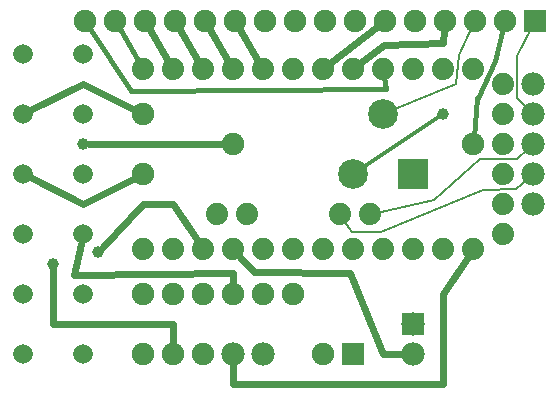
<source format=gbl>
G04 MADE WITH FRITZING*
G04 WWW.FRITZING.ORG*
G04 DOUBLE SIDED*
G04 HOLES PLATED*
G04 CONTOUR ON CENTER OF CONTOUR VECTOR*
%ASAXBY*%
%FSLAX23Y23*%
%MOIN*%
%OFA0B0*%
%SFA1.0B1.0*%
%ADD10C,0.075000*%
%ADD11C,0.065418*%
%ADD12C,0.039370*%
%ADD13C,0.078000*%
%ADD14C,0.075433*%
%ADD15C,0.099000*%
%ADD16C,0.074000*%
%ADD17R,0.075000X0.075000*%
%ADD18R,0.078000X0.078000*%
%ADD19R,0.099000X0.099000*%
%ADD20C,0.008000*%
%ADD21C,0.024000*%
%ADD22C,0.016000*%
%ADD23C,0.012000*%
%LNCOPPER0*%
G90*
G70*
G54D10*
X1782Y1262D03*
X1682Y1262D03*
X1582Y1262D03*
X1482Y1262D03*
X1382Y1262D03*
X1282Y1262D03*
X1182Y1262D03*
X1082Y1262D03*
X982Y1262D03*
X882Y1262D03*
X782Y1262D03*
X682Y1262D03*
X582Y1262D03*
X482Y1262D03*
X382Y1262D03*
X282Y1262D03*
X1782Y1262D03*
X1682Y1262D03*
X1582Y1262D03*
X1482Y1262D03*
X1382Y1262D03*
X1282Y1262D03*
X1182Y1262D03*
X1082Y1262D03*
X982Y1262D03*
X882Y1262D03*
X782Y1262D03*
X682Y1262D03*
X582Y1262D03*
X482Y1262D03*
X382Y1262D03*
X282Y1262D03*
X476Y152D03*
X576Y152D03*
X676Y152D03*
X476Y352D03*
X576Y352D03*
X676Y352D03*
X776Y352D03*
X876Y352D03*
X976Y352D03*
X1176Y152D03*
X1076Y152D03*
G54D11*
X276Y152D03*
X76Y152D03*
X276Y352D03*
X76Y352D03*
X276Y952D03*
X76Y952D03*
X276Y1152D03*
X76Y1152D03*
X276Y552D03*
X76Y552D03*
X276Y752D03*
X76Y752D03*
G54D12*
X326Y491D03*
X176Y451D03*
G54D13*
X1376Y252D03*
X1376Y152D03*
X1376Y252D03*
X1376Y152D03*
G54D14*
X776Y852D03*
X475Y752D03*
X475Y952D03*
G54D12*
X276Y852D03*
G54D13*
X1776Y1052D03*
X1776Y952D03*
X1776Y852D03*
X1776Y752D03*
X1776Y652D03*
X1776Y1052D03*
X1776Y952D03*
X1776Y852D03*
X1776Y752D03*
X1776Y652D03*
G54D15*
X1176Y752D03*
X1376Y752D03*
X1276Y952D03*
X1176Y752D03*
X1376Y752D03*
X1276Y952D03*
G54D16*
X1676Y552D03*
X1676Y652D03*
X1676Y752D03*
X1676Y852D03*
X1676Y952D03*
X1676Y1052D03*
X1131Y617D03*
X1231Y617D03*
X721Y617D03*
X821Y617D03*
X1576Y502D03*
X1476Y502D03*
X1376Y502D03*
X1276Y502D03*
X1176Y502D03*
X1076Y502D03*
X976Y502D03*
X876Y502D03*
X776Y502D03*
X676Y502D03*
X576Y502D03*
X476Y502D03*
X476Y1102D03*
X576Y1102D03*
X676Y1102D03*
X776Y1102D03*
X876Y1102D03*
X976Y1102D03*
X1076Y1102D03*
X1176Y1102D03*
X1276Y1102D03*
X1376Y1102D03*
X1476Y1102D03*
X1576Y1102D03*
G54D14*
X1577Y851D03*
G54D12*
X1476Y951D03*
G54D13*
X876Y152D03*
X776Y152D03*
G54D17*
X1782Y1262D03*
X1782Y1262D03*
X1176Y152D03*
G54D18*
X1376Y252D03*
X1376Y252D03*
G54D19*
X1376Y752D03*
X1376Y752D03*
G54D20*
X1723Y1004D02*
X1721Y1146D01*
D02*
X1721Y1146D02*
X1771Y1241D01*
D02*
X1758Y969D02*
X1723Y1004D01*
G54D21*
D02*
X776Y422D02*
X776Y380D01*
D02*
X268Y519D02*
X244Y416D01*
D02*
X244Y416D02*
X776Y422D01*
D02*
X576Y651D02*
X658Y528D01*
D02*
X475Y651D02*
X576Y651D01*
D02*
X339Y505D02*
X475Y651D01*
D02*
X176Y251D02*
X176Y432D01*
D02*
X576Y251D02*
X176Y251D01*
D02*
X576Y180D02*
X576Y251D01*
D02*
X276Y1051D02*
X106Y967D01*
D02*
X450Y965D02*
X276Y1051D01*
D02*
X295Y852D02*
X747Y852D01*
D02*
X276Y652D02*
X106Y737D01*
D02*
X450Y739D02*
X276Y652D01*
G54D20*
D02*
X1173Y559D02*
X1146Y596D01*
D02*
X1269Y559D02*
X1173Y559D01*
D02*
X1610Y700D02*
X1269Y559D01*
D02*
X1720Y701D02*
X1610Y700D01*
D02*
X1758Y735D02*
X1720Y701D01*
D02*
X1599Y802D02*
X1445Y664D01*
D02*
X1722Y802D02*
X1599Y802D01*
D02*
X1758Y835D02*
X1722Y802D01*
G54D21*
D02*
X1280Y1183D02*
X1200Y1121D01*
D02*
X1476Y1188D02*
X1280Y1183D01*
D02*
X1480Y1233D02*
X1476Y1188D01*
D02*
X1259Y1244D02*
X1100Y1121D01*
D02*
X560Y1129D02*
X496Y1237D01*
D02*
X660Y1129D02*
X596Y1237D01*
D02*
X760Y1129D02*
X696Y1237D01*
D02*
X860Y1129D02*
X796Y1237D01*
G54D22*
D02*
X463Y1124D02*
X394Y1242D01*
D02*
X1579Y875D02*
X1590Y1006D01*
D02*
X1650Y1127D02*
X1677Y1239D01*
D02*
X1591Y1006D02*
X1650Y1127D01*
G54D20*
D02*
X1445Y664D02*
X1256Y622D01*
D02*
X1528Y1148D02*
X1572Y1241D01*
D02*
X1519Y1052D02*
X1528Y1148D01*
D02*
X1300Y962D02*
X1519Y1052D01*
G54D22*
D02*
X1284Y1035D02*
X436Y1027D01*
D02*
X436Y1027D02*
X295Y1242D01*
D02*
X1279Y1076D02*
X1284Y1035D01*
G54D23*
D02*
X1197Y766D02*
X1465Y944D01*
G54D21*
D02*
X1276Y152D02*
X1164Y423D01*
D02*
X1164Y423D02*
X846Y425D01*
D02*
X846Y425D02*
X797Y479D01*
D02*
X1346Y152D02*
X1276Y152D01*
D02*
X1476Y52D02*
X775Y52D01*
D02*
X1558Y476D02*
X1476Y352D01*
D02*
X775Y52D02*
X775Y122D01*
D02*
X1476Y352D02*
X1476Y52D01*
G04 End of Copper0*
M02*
</source>
